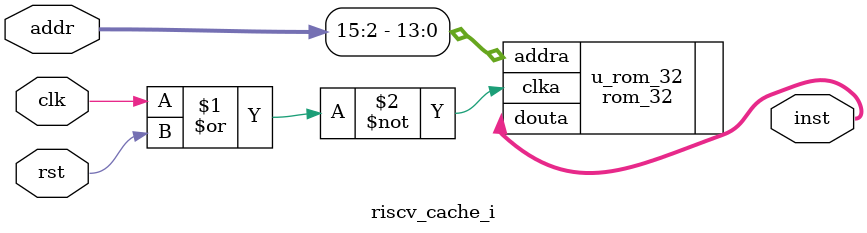
<source format=v>
module riscv_cache_i(

    output [31:0] inst
    
    , input clk, rst
    , input [31:0] addr

);

rom_32 u_rom_32(
    .clka(~(clk | rst)) // expected to read at negedge // FIXME: rst for async read
    , .addra(addr[15:2])
    , .douta(inst)
);

endmodule
</source>
